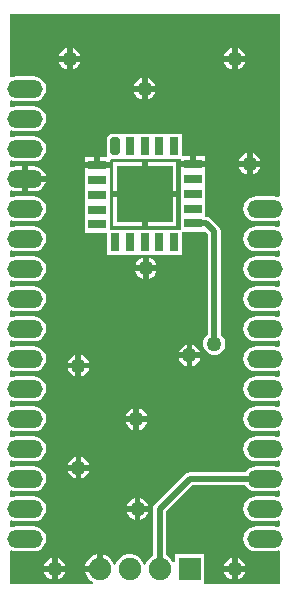
<source format=gtl>
G04*
G04 #@! TF.GenerationSoftware,Altium Limited,CircuitMaker,2.2.1 (2.2.1.6)*
G04*
G04 Layer_Physical_Order=1*
G04 Layer_Color=25308*
%FSLAX25Y25*%
%MOIN*%
G70*
G04*
G04 #@! TF.SameCoordinates,1EE0AFE0-1AE0-4E79-8498-EBF67B735B77*
G04*
G04*
G04 #@! TF.FilePolarity,Positive*
G04*
G01*
G75*
%ADD10C,0.01968*%
G04:AMPARAMS|DCode=20|XSize=31.5mil|YSize=59.05mil|CornerRadius=7.87mil|HoleSize=0mil|Usage=FLASHONLY|Rotation=180.000|XOffset=0mil|YOffset=0mil|HoleType=Round|Shape=RoundedRectangle|*
%AMROUNDEDRECTD20*
21,1,0.03150,0.04331,0,0,180.0*
21,1,0.01575,0.05905,0,0,180.0*
1,1,0.01575,-0.00787,0.02165*
1,1,0.01575,0.00787,0.02165*
1,1,0.01575,0.00787,-0.02165*
1,1,0.01575,-0.00787,-0.02165*
%
%ADD20ROUNDEDRECTD20*%
%ADD21R,0.03150X0.05905*%
%ADD22R,0.18898X0.18898*%
%ADD23R,0.05905X0.03150*%
%ADD24O,0.11811X0.06000*%
%ADD25C,0.07500*%
%ADD26R,0.07500X0.07500*%
%ADD27C,0.05000*%
%ADD28C,0.01968*%
G36*
X445000Y334108D02*
X444584Y333830D01*
X443997Y334073D01*
X442906Y334217D01*
X437094D01*
X436003Y334073D01*
X434986Y333652D01*
X434113Y332982D01*
X433442Y332109D01*
X433021Y331091D01*
X432877Y330000D01*
X433021Y328908D01*
X433442Y327891D01*
X434113Y327018D01*
X434986Y326348D01*
X436003Y325926D01*
X437094Y325783D01*
X442906D01*
X443997Y325926D01*
X444584Y326170D01*
X445000Y325892D01*
Y324108D01*
X444584Y323830D01*
X443997Y324074D01*
X442906Y324217D01*
X437094D01*
X436003Y324074D01*
X434986Y323652D01*
X434113Y322982D01*
X433442Y322109D01*
X433021Y321092D01*
X432877Y320000D01*
X433021Y318909D01*
X433442Y317891D01*
X434113Y317018D01*
X434986Y316348D01*
X436003Y315927D01*
X437094Y315783D01*
X442906D01*
X443997Y315927D01*
X444584Y316170D01*
X445000Y315892D01*
Y314108D01*
X444584Y313830D01*
X443997Y314073D01*
X442906Y314217D01*
X437094D01*
X436003Y314073D01*
X434986Y313652D01*
X434113Y312982D01*
X433442Y312109D01*
X433021Y311091D01*
X432877Y310000D01*
X433021Y308909D01*
X433442Y307891D01*
X434113Y307018D01*
X434986Y306348D01*
X436003Y305926D01*
X437094Y305783D01*
X442906D01*
X443997Y305926D01*
X444584Y306170D01*
X445000Y305892D01*
Y304108D01*
X444584Y303830D01*
X443997Y304074D01*
X442906Y304217D01*
X437094D01*
X436003Y304074D01*
X434986Y303652D01*
X434113Y302982D01*
X433442Y302109D01*
X433021Y301092D01*
X432877Y300000D01*
X433021Y298908D01*
X433442Y297891D01*
X434113Y297018D01*
X434986Y296348D01*
X436003Y295926D01*
X437094Y295783D01*
X442906D01*
X443997Y295926D01*
X444584Y296170D01*
X445000Y295892D01*
Y294108D01*
X444584Y293830D01*
X443997Y294074D01*
X442906Y294217D01*
X437094D01*
X436003Y294074D01*
X434986Y293652D01*
X434113Y292982D01*
X433442Y292109D01*
X433021Y291091D01*
X432877Y290000D01*
X433021Y288909D01*
X433442Y287891D01*
X434113Y287018D01*
X434986Y286348D01*
X436003Y285927D01*
X437094Y285783D01*
X442906D01*
X443997Y285927D01*
X444584Y286170D01*
X445000Y285892D01*
Y284108D01*
X444584Y283830D01*
X443997Y284073D01*
X442906Y284217D01*
X437094D01*
X436003Y284073D01*
X434986Y283652D01*
X434113Y282982D01*
X433442Y282109D01*
X433021Y281091D01*
X432877Y280000D01*
X433021Y278908D01*
X433442Y277891D01*
X434113Y277018D01*
X434986Y276348D01*
X436003Y275926D01*
X437094Y275783D01*
X442906D01*
X443997Y275926D01*
X444584Y276170D01*
X445000Y275892D01*
Y274108D01*
X444584Y273830D01*
X443997Y274074D01*
X442906Y274217D01*
X437094D01*
X436003Y274074D01*
X434986Y273652D01*
X434113Y272982D01*
X433442Y272109D01*
X433021Y271092D01*
X432877Y270000D01*
X433021Y268909D01*
X433442Y267891D01*
X434113Y267018D01*
X434986Y266348D01*
X436003Y265927D01*
X437094Y265783D01*
X442906D01*
X443997Y265927D01*
X444584Y266170D01*
X445000Y265892D01*
Y264108D01*
X444584Y263830D01*
X443997Y264073D01*
X442906Y264217D01*
X437094D01*
X436003Y264073D01*
X434986Y263652D01*
X434113Y262982D01*
X433442Y262109D01*
X433021Y261091D01*
X432877Y260000D01*
X433021Y258909D01*
X433442Y257891D01*
X434113Y257018D01*
X434986Y256348D01*
X436003Y255926D01*
X437094Y255783D01*
X442906D01*
X443997Y255926D01*
X444584Y256170D01*
X445000Y255892D01*
Y254108D01*
X444584Y253830D01*
X443997Y254074D01*
X442906Y254217D01*
X437094D01*
X436003Y254074D01*
X434986Y253652D01*
X434113Y252982D01*
X433442Y252109D01*
X433021Y251092D01*
X432877Y250000D01*
X433021Y248908D01*
X433442Y247891D01*
X434113Y247018D01*
X434986Y246348D01*
X436003Y245926D01*
X437094Y245783D01*
X442906D01*
X443997Y245926D01*
X444584Y246170D01*
X445000Y245892D01*
Y244108D01*
X444584Y243830D01*
X443997Y244074D01*
X442906Y244217D01*
X437094D01*
X436003Y244074D01*
X434986Y243652D01*
X434113Y242982D01*
X433518Y242208D01*
X415000D01*
X414155Y242040D01*
X413439Y241561D01*
X403439Y231561D01*
X402960Y230845D01*
X402792Y230000D01*
Y214419D01*
X401972Y213946D01*
X401054Y213028D01*
X400405Y211903D01*
X400259Y211358D01*
X399741D01*
X399595Y211903D01*
X398946Y213028D01*
X398028Y213946D01*
X396903Y214595D01*
X395649Y214931D01*
X394351D01*
X393097Y214595D01*
X391972Y213946D01*
X391054Y213028D01*
X390405Y211903D01*
X390259Y211358D01*
X389741D01*
X389595Y211903D01*
X388946Y213028D01*
X388028Y213946D01*
X386903Y214595D01*
X385984Y214841D01*
Y210000D01*
X385000D01*
Y209016D01*
X380159D01*
X380405Y208097D01*
X381054Y206972D01*
X381972Y206054D01*
X382932Y205500D01*
X382798Y205000D01*
X355000D01*
Y215892D01*
X355416Y216170D01*
X356003Y215927D01*
X357095Y215783D01*
X362906D01*
X363997Y215927D01*
X365014Y216348D01*
X365887Y217018D01*
X366558Y217891D01*
X366979Y218909D01*
X367123Y220000D01*
X366979Y221092D01*
X366558Y222109D01*
X365887Y222982D01*
X365014Y223652D01*
X363997Y224074D01*
X362906Y224217D01*
X357095D01*
X356003Y224074D01*
X355416Y223830D01*
X355000Y224108D01*
Y225892D01*
X355416Y226170D01*
X356003Y225926D01*
X357095Y225783D01*
X362906D01*
X363997Y225926D01*
X365014Y226348D01*
X365887Y227018D01*
X366558Y227891D01*
X366979Y228908D01*
X367123Y230000D01*
X366979Y231091D01*
X366558Y232109D01*
X365887Y232982D01*
X365014Y233652D01*
X363997Y234073D01*
X362906Y234217D01*
X357095D01*
X356003Y234073D01*
X355416Y233830D01*
X355000Y234108D01*
Y235892D01*
X355416Y236170D01*
X356003Y235927D01*
X357095Y235783D01*
X362906D01*
X363997Y235927D01*
X365014Y236348D01*
X365887Y237018D01*
X366558Y237891D01*
X366979Y238909D01*
X367123Y240000D01*
X366979Y241091D01*
X366558Y242109D01*
X365887Y242982D01*
X365014Y243652D01*
X363997Y244074D01*
X362906Y244217D01*
X357095D01*
X356003Y244074D01*
X355416Y243830D01*
X355000Y244108D01*
Y245892D01*
X355416Y246170D01*
X356003Y245926D01*
X357095Y245783D01*
X362906D01*
X363997Y245926D01*
X365014Y246348D01*
X365887Y247018D01*
X366558Y247891D01*
X366979Y248908D01*
X367123Y250000D01*
X366979Y251092D01*
X366558Y252109D01*
X365887Y252982D01*
X365014Y253652D01*
X363997Y254074D01*
X362906Y254217D01*
X357095D01*
X356003Y254074D01*
X355416Y253830D01*
X355000Y254108D01*
Y255892D01*
X355416Y256170D01*
X356003Y255926D01*
X357095Y255783D01*
X362906D01*
X363997Y255926D01*
X365014Y256348D01*
X365887Y257018D01*
X366558Y257891D01*
X366979Y258909D01*
X367123Y260000D01*
X366979Y261091D01*
X366558Y262109D01*
X365887Y262982D01*
X365014Y263652D01*
X363997Y264073D01*
X362906Y264217D01*
X357095D01*
X356003Y264073D01*
X355416Y263830D01*
X355000Y264108D01*
Y265892D01*
X355416Y266170D01*
X356003Y265927D01*
X357095Y265783D01*
X362906D01*
X363997Y265927D01*
X365014Y266348D01*
X365887Y267018D01*
X366558Y267891D01*
X366979Y268909D01*
X367123Y270000D01*
X366979Y271092D01*
X366558Y272109D01*
X365887Y272982D01*
X365014Y273652D01*
X363997Y274074D01*
X362906Y274217D01*
X357095D01*
X356003Y274074D01*
X355416Y273830D01*
X355000Y274108D01*
Y275892D01*
X355416Y276170D01*
X356003Y275926D01*
X357095Y275783D01*
X362906D01*
X363997Y275926D01*
X365014Y276348D01*
X365887Y277018D01*
X366558Y277891D01*
X366979Y278908D01*
X367123Y280000D01*
X366979Y281091D01*
X366558Y282109D01*
X365887Y282982D01*
X365014Y283652D01*
X363997Y284073D01*
X362906Y284217D01*
X357095D01*
X356003Y284073D01*
X355416Y283830D01*
X355000Y284108D01*
Y285892D01*
X355416Y286170D01*
X356003Y285927D01*
X357095Y285783D01*
X362906D01*
X363997Y285927D01*
X365014Y286348D01*
X365887Y287018D01*
X366558Y287891D01*
X366979Y288909D01*
X367123Y290000D01*
X366979Y291091D01*
X366558Y292109D01*
X365887Y292982D01*
X365014Y293652D01*
X363997Y294074D01*
X362906Y294217D01*
X357095D01*
X356003Y294074D01*
X355416Y293830D01*
X355000Y294108D01*
Y295892D01*
X355416Y296170D01*
X356003Y295926D01*
X357095Y295783D01*
X362906D01*
X363997Y295926D01*
X365014Y296348D01*
X365887Y297018D01*
X366558Y297891D01*
X366979Y298908D01*
X367123Y300000D01*
X366979Y301092D01*
X366558Y302109D01*
X365887Y302982D01*
X365014Y303652D01*
X363997Y304074D01*
X362906Y304217D01*
X357095D01*
X356003Y304074D01*
X355416Y303830D01*
X355000Y304108D01*
Y305892D01*
X355416Y306170D01*
X356003Y305926D01*
X357095Y305783D01*
X362906D01*
X363997Y305926D01*
X365014Y306348D01*
X365887Y307018D01*
X366558Y307891D01*
X366979Y308909D01*
X367123Y310000D01*
X366979Y311091D01*
X366558Y312109D01*
X365887Y312982D01*
X365014Y313652D01*
X363997Y314073D01*
X362906Y314217D01*
X357095D01*
X356003Y314073D01*
X355416Y313830D01*
X355000Y314108D01*
Y315892D01*
X355416Y316170D01*
X356003Y315927D01*
X357095Y315783D01*
X362906D01*
X363997Y315927D01*
X365014Y316348D01*
X365887Y317018D01*
X366558Y317891D01*
X366979Y318909D01*
X367123Y320000D01*
X366979Y321092D01*
X366558Y322109D01*
X365887Y322982D01*
X365014Y323652D01*
X363997Y324074D01*
X362906Y324217D01*
X357095D01*
X356003Y324074D01*
X355416Y323830D01*
X355000Y324108D01*
Y325892D01*
X355416Y326170D01*
X356003Y325926D01*
X357095Y325783D01*
X362906D01*
X363997Y325926D01*
X365014Y326348D01*
X365887Y327018D01*
X366558Y327891D01*
X366979Y328908D01*
X367123Y330000D01*
X366979Y331091D01*
X366558Y332109D01*
X365887Y332982D01*
X365014Y333652D01*
X363997Y334073D01*
X362906Y334217D01*
X357095D01*
X356003Y334073D01*
X355416Y333830D01*
X355000Y334108D01*
Y335892D01*
X355416Y336170D01*
X356003Y335927D01*
X357095Y335783D01*
X359016D01*
Y340000D01*
Y344217D01*
X357095D01*
X356003Y344074D01*
X355416Y343830D01*
X355000Y344108D01*
Y345892D01*
X355416Y346170D01*
X356003Y345926D01*
X357095Y345783D01*
X362906D01*
X363997Y345926D01*
X365014Y346348D01*
X365887Y347018D01*
X366558Y347891D01*
X366979Y348908D01*
X367123Y350000D01*
X366979Y351092D01*
X366558Y352109D01*
X365887Y352982D01*
X365014Y353652D01*
X363997Y354074D01*
X362906Y354217D01*
X357095D01*
X356003Y354074D01*
X355416Y353830D01*
X355000Y354108D01*
Y355892D01*
X355416Y356170D01*
X356003Y355926D01*
X357095Y355783D01*
X362906D01*
X363997Y355926D01*
X365014Y356348D01*
X365887Y357018D01*
X366558Y357891D01*
X366979Y358909D01*
X367123Y360000D01*
X366979Y361091D01*
X366558Y362109D01*
X365887Y362982D01*
X365014Y363652D01*
X363997Y364073D01*
X362906Y364217D01*
X357095D01*
X356003Y364073D01*
X355416Y363830D01*
X355000Y364108D01*
Y365892D01*
X355416Y366170D01*
X356003Y365927D01*
X357095Y365783D01*
X362906D01*
X363997Y365927D01*
X365014Y366348D01*
X365887Y367018D01*
X366558Y367891D01*
X366979Y368909D01*
X367123Y370000D01*
X366979Y371092D01*
X366558Y372109D01*
X365887Y372982D01*
X365014Y373652D01*
X363997Y374074D01*
X362906Y374217D01*
X357095D01*
X356003Y374074D01*
X355416Y373830D01*
X355000Y374108D01*
Y395000D01*
X445000D01*
Y334108D01*
D02*
G37*
G36*
X434113Y237018D02*
X434986Y236348D01*
X436003Y235927D01*
X437094Y235783D01*
X442906D01*
X443997Y235927D01*
X444584Y236170D01*
X445000Y235892D01*
Y234108D01*
X444584Y233830D01*
X443997Y234073D01*
X442906Y234217D01*
X437094D01*
X436003Y234073D01*
X434986Y233652D01*
X434113Y232982D01*
X433442Y232109D01*
X433021Y231091D01*
X432877Y230000D01*
X433021Y228908D01*
X433442Y227891D01*
X434113Y227018D01*
X434986Y226348D01*
X436003Y225926D01*
X437094Y225783D01*
X442906D01*
X443997Y225926D01*
X444584Y226170D01*
X445000Y225892D01*
Y224108D01*
X444584Y223830D01*
X443997Y224074D01*
X442906Y224217D01*
X437094D01*
X436003Y224074D01*
X434986Y223652D01*
X434113Y222982D01*
X433442Y222109D01*
X433021Y221092D01*
X432877Y220000D01*
X433021Y218909D01*
X433442Y217891D01*
X434113Y217018D01*
X434986Y216348D01*
X436003Y215927D01*
X437094Y215783D01*
X442906D01*
X443997Y215927D01*
X444584Y216170D01*
X445000Y215892D01*
Y205000D01*
X420403D01*
X419931Y205069D01*
X419931Y205500D01*
Y214931D01*
X410069D01*
Y212215D01*
X410005Y212177D01*
X409339Y212347D01*
X408946Y213028D01*
X408028Y213946D01*
X407208Y214419D01*
Y229085D01*
X415914Y237792D01*
X433518D01*
X434113Y237018D01*
D02*
G37*
%LPC*%
G36*
X430984Y383547D02*
Y380984D01*
X433547D01*
X433430Y381421D01*
X432946Y382260D01*
X432260Y382946D01*
X431421Y383430D01*
X430984Y383547D01*
D02*
G37*
G36*
X429016D02*
X428579Y383430D01*
X427740Y382946D01*
X427054Y382260D01*
X426570Y381421D01*
X426453Y380984D01*
X429016D01*
Y383547D01*
D02*
G37*
G36*
X375984D02*
Y380984D01*
X378547D01*
X378430Y381421D01*
X377946Y382260D01*
X377260Y382946D01*
X376421Y383430D01*
X375984Y383547D01*
D02*
G37*
G36*
X374016D02*
X373579Y383430D01*
X372740Y382946D01*
X372054Y382260D01*
X371570Y381421D01*
X371453Y380984D01*
X374016D01*
Y383547D01*
D02*
G37*
G36*
X433547Y379016D02*
X430984D01*
Y376453D01*
X431421Y376570D01*
X432260Y377054D01*
X432946Y377740D01*
X433430Y378579D01*
X433547Y379016D01*
D02*
G37*
G36*
X429016D02*
X426453D01*
X426570Y378579D01*
X427054Y377740D01*
X427740Y377054D01*
X428579Y376570D01*
X429016Y376453D01*
Y379016D01*
D02*
G37*
G36*
X378547D02*
X375984D01*
Y376453D01*
X376421Y376570D01*
X377260Y377054D01*
X377946Y377740D01*
X378430Y378579D01*
X378547Y379016D01*
D02*
G37*
G36*
X374016D02*
X371453D01*
X371570Y378579D01*
X372054Y377740D01*
X372740Y377054D01*
X373579Y376570D01*
X374016Y376453D01*
Y379016D01*
D02*
G37*
G36*
X400984Y373547D02*
Y370984D01*
X403547D01*
X403430Y371421D01*
X402946Y372260D01*
X402260Y372946D01*
X401421Y373430D01*
X400984Y373547D01*
D02*
G37*
G36*
X399016D02*
X398579Y373430D01*
X397740Y372946D01*
X397054Y372260D01*
X396570Y371421D01*
X396453Y370984D01*
X399016D01*
Y373547D01*
D02*
G37*
G36*
X403547Y369016D02*
X400984D01*
Y366453D01*
X401421Y366570D01*
X402260Y367054D01*
X402946Y367740D01*
X403430Y368579D01*
X403547Y369016D01*
D02*
G37*
G36*
X399016D02*
X396453D01*
X396570Y368579D01*
X397054Y367740D01*
X397740Y367054D01*
X398579Y366570D01*
X399016Y366453D01*
Y369016D01*
D02*
G37*
G36*
X435984Y348547D02*
Y345984D01*
X438547D01*
X438430Y346421D01*
X437946Y347260D01*
X437260Y347946D01*
X436421Y348430D01*
X435984Y348547D01*
D02*
G37*
G36*
X434016D02*
X433579Y348430D01*
X432740Y347946D01*
X432054Y347260D01*
X431570Y346421D01*
X431453Y345984D01*
X434016D01*
Y348547D01*
D02*
G37*
G36*
X420276Y347598D02*
X417126D01*
Y345827D01*
X420276D01*
Y347598D01*
D02*
G37*
G36*
X390945Y354920D02*
X389370D01*
X388602Y354768D01*
X387951Y354333D01*
X387516Y353681D01*
X387363Y352913D01*
Y348583D01*
X387516Y347815D01*
X387629Y347646D01*
X387393Y347205D01*
X385236D01*
Y345433D01*
X388386D01*
Y346317D01*
X388886Y346672D01*
X389370Y346576D01*
X390945D01*
X391713Y346728D01*
X391889Y346846D01*
X392323Y346614D01*
Y346614D01*
X412008D01*
Y345827D01*
X415158D01*
Y347598D01*
X412598D01*
Y354882D01*
X392323D01*
Y354882D01*
X391889Y354650D01*
X391713Y354768D01*
X390945Y354920D01*
D02*
G37*
G36*
X383268Y347205D02*
X380118D01*
Y345433D01*
X383268D01*
Y347205D01*
D02*
G37*
G36*
X438547Y344016D02*
X435984D01*
Y341453D01*
X436421Y341570D01*
X437260Y342054D01*
X437946Y342740D01*
X438430Y343579D01*
X438547Y344016D01*
D02*
G37*
G36*
X434016D02*
X431453D01*
X431570Y343579D01*
X432054Y342740D01*
X432740Y342054D01*
X433579Y341570D01*
X434016Y341453D01*
Y344016D01*
D02*
G37*
G36*
X362906Y344217D02*
X360984D01*
Y340984D01*
X366993D01*
X366979Y341091D01*
X366558Y342109D01*
X365887Y342982D01*
X365014Y343652D01*
X363997Y344074D01*
X362906Y344217D01*
D02*
G37*
G36*
X410630Y345630D02*
X400984D01*
Y335984D01*
X410630D01*
Y345630D01*
D02*
G37*
G36*
X399016D02*
X389370D01*
Y335984D01*
X399016D01*
Y345630D01*
D02*
G37*
G36*
X366993Y339016D02*
X360984D01*
Y335783D01*
X362906D01*
X363997Y335927D01*
X365014Y336348D01*
X365887Y337018D01*
X366558Y337891D01*
X366979Y338909D01*
X366993Y339016D01*
D02*
G37*
G36*
X410630Y334016D02*
X400984D01*
Y324370D01*
X410630D01*
Y334016D01*
D02*
G37*
G36*
X399016D02*
X389370D01*
Y324370D01*
X399016D01*
Y334016D01*
D02*
G37*
G36*
X420276Y343858D02*
X416142D01*
X412008D01*
Y342087D01*
Y337165D01*
Y332244D01*
Y327323D01*
Y322992D01*
X388386D01*
Y326929D01*
Y331850D01*
Y336772D01*
Y341693D01*
Y343464D01*
X384252D01*
X380118D01*
Y341693D01*
Y336772D01*
Y331850D01*
Y326929D01*
Y322008D01*
X387402D01*
Y314724D01*
X412598D01*
Y322402D01*
X420145D01*
X421021Y321527D01*
Y288015D01*
X420968Y287985D01*
X420283Y287300D01*
X419798Y286460D01*
X419547Y285524D01*
Y284555D01*
X419798Y283618D01*
X420283Y282779D01*
X420968Y282094D01*
X421807Y281609D01*
X422744Y281358D01*
X423713D01*
X424649Y281609D01*
X425489Y282094D01*
X426174Y282779D01*
X426659Y283618D01*
X426909Y284555D01*
Y285524D01*
X426659Y286460D01*
X426174Y287300D01*
X425489Y287985D01*
X425436Y288015D01*
Y322441D01*
X425268Y323286D01*
X424789Y324002D01*
X422073Y326719D01*
X421357Y327197D01*
X420512Y327365D01*
X420276D01*
Y332244D01*
Y337165D01*
Y342087D01*
Y343858D01*
D02*
G37*
G36*
X401378Y313783D02*
Y311221D01*
X403941D01*
X403824Y311657D01*
X403339Y312496D01*
X402654Y313182D01*
X401815Y313667D01*
X401378Y313783D01*
D02*
G37*
G36*
X399410D02*
X398973Y313667D01*
X398133Y313182D01*
X397448Y312496D01*
X396964Y311657D01*
X396847Y311221D01*
X399410D01*
Y313783D01*
D02*
G37*
G36*
X403941Y309252D02*
X401378D01*
Y306689D01*
X401815Y306806D01*
X402654Y307291D01*
X403339Y307976D01*
X403824Y308815D01*
X403941Y309252D01*
D02*
G37*
G36*
X399410D02*
X396847D01*
X396964Y308815D01*
X397448Y307976D01*
X398133Y307291D01*
X398973Y306806D01*
X399410Y306689D01*
Y309252D01*
D02*
G37*
G36*
X415945Y284650D02*
Y282087D01*
X418508D01*
X418391Y282523D01*
X417906Y283363D01*
X417221Y284048D01*
X416382Y284533D01*
X415945Y284650D01*
D02*
G37*
G36*
X413976D02*
X413540Y284533D01*
X412700Y284048D01*
X412015Y283363D01*
X411530Y282523D01*
X411413Y282087D01*
X413976D01*
Y284650D01*
D02*
G37*
G36*
X378930Y281287D02*
Y278724D01*
X381493D01*
X381376Y279161D01*
X380891Y280000D01*
X380206Y280685D01*
X379366Y281170D01*
X378930Y281287D01*
D02*
G37*
G36*
X376961D02*
X376525Y281170D01*
X375685Y280685D01*
X375000Y280000D01*
X374515Y279161D01*
X374398Y278724D01*
X376961D01*
Y281287D01*
D02*
G37*
G36*
X418508Y280118D02*
X415945D01*
Y277555D01*
X416382Y277672D01*
X417221Y278157D01*
X417906Y278842D01*
X418391Y279681D01*
X418508Y280118D01*
D02*
G37*
G36*
X413976D02*
X411413D01*
X411530Y279681D01*
X412015Y278842D01*
X412700Y278157D01*
X413540Y277672D01*
X413976Y277555D01*
Y280118D01*
D02*
G37*
G36*
X381493Y276755D02*
X378930D01*
Y274193D01*
X379366Y274309D01*
X380206Y274794D01*
X380891Y275480D01*
X381376Y276319D01*
X381493Y276755D01*
D02*
G37*
G36*
X376961D02*
X374398D01*
X374515Y276319D01*
X375000Y275480D01*
X375685Y274794D01*
X376525Y274309D01*
X376961Y274193D01*
Y276755D01*
D02*
G37*
G36*
X398228Y263390D02*
Y260827D01*
X400791D01*
X400674Y261263D01*
X400190Y262103D01*
X399504Y262788D01*
X398665Y263273D01*
X398228Y263390D01*
D02*
G37*
G36*
X396260D02*
X395823Y263273D01*
X394984Y262788D01*
X394299Y262103D01*
X393814Y261263D01*
X393697Y260827D01*
X396260D01*
Y263390D01*
D02*
G37*
G36*
X400791Y258858D02*
X398228D01*
Y256295D01*
X398665Y256412D01*
X399504Y256897D01*
X400190Y257582D01*
X400674Y258422D01*
X400791Y258858D01*
D02*
G37*
G36*
X396260D02*
X393697D01*
X393814Y258422D01*
X394299Y257582D01*
X394984Y256897D01*
X395823Y256412D01*
X396260Y256295D01*
Y258858D01*
D02*
G37*
G36*
X378937Y247248D02*
Y244685D01*
X381500D01*
X381383Y245122D01*
X380898Y245961D01*
X380213Y246646D01*
X379374Y247131D01*
X378937Y247248D01*
D02*
G37*
G36*
X376969D02*
X376532Y247131D01*
X375693Y246646D01*
X375007Y245961D01*
X374522Y245122D01*
X374406Y244685D01*
X376969D01*
Y247248D01*
D02*
G37*
G36*
X381500Y242717D02*
X378937D01*
Y240154D01*
X379374Y240271D01*
X380213Y240755D01*
X380898Y241441D01*
X381383Y242280D01*
X381500Y242717D01*
D02*
G37*
G36*
X376969D02*
X374406D01*
X374522Y242280D01*
X375007Y241441D01*
X375693Y240755D01*
X376532Y240271D01*
X376969Y240154D01*
Y242717D01*
D02*
G37*
G36*
X398622Y233469D02*
Y230906D01*
X401185D01*
X401068Y231342D01*
X400583Y232182D01*
X399898Y232867D01*
X399059Y233351D01*
X398622Y233469D01*
D02*
G37*
G36*
X396654D02*
X396217Y233351D01*
X395378Y232867D01*
X394692Y232182D01*
X394208Y231342D01*
X394091Y230906D01*
X396654D01*
Y233469D01*
D02*
G37*
G36*
X401185Y228937D02*
X398622D01*
Y226374D01*
X399059Y226491D01*
X399898Y226976D01*
X400583Y227661D01*
X401068Y228500D01*
X401185Y228937D01*
D02*
G37*
G36*
X396654D02*
X394091D01*
X394208Y228500D01*
X394692Y227661D01*
X395378Y226976D01*
X396217Y226491D01*
X396654Y226374D01*
Y228937D01*
D02*
G37*
G36*
X370984Y213547D02*
Y210984D01*
X373547D01*
X373430Y211421D01*
X372946Y212260D01*
X372260Y212946D01*
X371421Y213430D01*
X370984Y213547D01*
D02*
G37*
G36*
X369016D02*
X368579Y213430D01*
X367740Y212946D01*
X367054Y212260D01*
X366570Y211421D01*
X366453Y210984D01*
X369016D01*
Y213547D01*
D02*
G37*
G36*
X384016Y214841D02*
X383097Y214595D01*
X381972Y213946D01*
X381054Y213028D01*
X380405Y211903D01*
X380159Y210984D01*
X384016D01*
Y214841D01*
D02*
G37*
G36*
X373547Y209016D02*
X370984D01*
Y206453D01*
X371421Y206570D01*
X372260Y207054D01*
X372946Y207740D01*
X373430Y208579D01*
X373547Y209016D01*
D02*
G37*
G36*
X369016D02*
X366453D01*
X366570Y208579D01*
X367054Y207740D01*
X367740Y207054D01*
X368579Y206570D01*
X369016Y206453D01*
Y209016D01*
D02*
G37*
G36*
X430984Y213547D02*
Y210984D01*
X433547D01*
X433430Y211421D01*
X432946Y212260D01*
X432260Y212946D01*
X431421Y213430D01*
X430984Y213547D01*
D02*
G37*
G36*
X429016D02*
X428579Y213430D01*
X427740Y212946D01*
X427054Y212260D01*
X426570Y211421D01*
X426453Y210984D01*
X429016D01*
Y213547D01*
D02*
G37*
G36*
X433547Y209016D02*
X430984D01*
Y206453D01*
X431421Y206570D01*
X432260Y207054D01*
X432946Y207740D01*
X433430Y208579D01*
X433547Y209016D01*
D02*
G37*
G36*
X429016D02*
X426453D01*
X426570Y208579D01*
X427054Y207740D01*
X427740Y207054D01*
X428579Y206570D01*
X429016Y206453D01*
Y209016D01*
D02*
G37*
%LPD*%
D10*
X416142Y325157D02*
X420512D01*
X423228Y322441D01*
Y285039D02*
Y322441D01*
X405000Y210000D02*
Y230000D01*
X415000Y240000D01*
X440000D01*
D20*
X390158Y350748D02*
D03*
D21*
X395079D02*
D03*
X400000D02*
D03*
X404921D02*
D03*
X409842D02*
D03*
Y318858D02*
D03*
X404921D02*
D03*
X400000D02*
D03*
X395079D02*
D03*
X390158D02*
D03*
D22*
X400000Y335000D02*
D03*
D23*
X416142Y344843D02*
D03*
Y339921D02*
D03*
Y335000D02*
D03*
Y330079D02*
D03*
Y325157D02*
D03*
X384252Y324764D02*
D03*
Y329685D02*
D03*
Y334606D02*
D03*
Y339528D02*
D03*
Y344449D02*
D03*
D24*
X440000Y330000D02*
D03*
Y320000D02*
D03*
Y310000D02*
D03*
Y300000D02*
D03*
Y290000D02*
D03*
Y280000D02*
D03*
Y270000D02*
D03*
Y260000D02*
D03*
Y250000D02*
D03*
Y240000D02*
D03*
Y230000D02*
D03*
Y220000D02*
D03*
X360000D02*
D03*
Y230000D02*
D03*
Y240000D02*
D03*
Y250000D02*
D03*
Y260000D02*
D03*
Y270000D02*
D03*
Y280000D02*
D03*
Y290000D02*
D03*
Y300000D02*
D03*
Y310000D02*
D03*
Y320000D02*
D03*
Y330000D02*
D03*
Y340000D02*
D03*
Y350000D02*
D03*
Y360000D02*
D03*
Y370000D02*
D03*
D25*
X395000Y210000D02*
D03*
X405000D02*
D03*
X385000D02*
D03*
D26*
X415000D02*
D03*
D27*
X400394Y310236D02*
D03*
X397244Y259842D02*
D03*
X377953Y243701D02*
D03*
X377946Y277740D02*
D03*
X397638Y229921D02*
D03*
X370000Y210000D02*
D03*
X430000D02*
D03*
X435000Y345000D02*
D03*
X400000Y370000D02*
D03*
X430000Y380000D02*
D03*
X375000D02*
D03*
X414961Y281102D02*
D03*
X423228Y285039D02*
D03*
D28*
X394982Y330048D02*
D03*
X405000Y330000D02*
D03*
Y340000D02*
D03*
X395000D02*
D03*
X400000Y335000D02*
D03*
X409842Y318858D02*
D03*
X404921D02*
D03*
X400000D02*
D03*
X395079D02*
D03*
X390158D02*
D03*
X384252Y324764D02*
D03*
Y329685D02*
D03*
Y334606D02*
D03*
Y339528D02*
D03*
Y344449D02*
D03*
X390158Y350748D02*
D03*
X395079D02*
D03*
X400000D02*
D03*
X404921D02*
D03*
X409842D02*
D03*
X416142Y344843D02*
D03*
Y339921D02*
D03*
Y335000D02*
D03*
Y330079D02*
D03*
Y325157D02*
D03*
M02*

</source>
